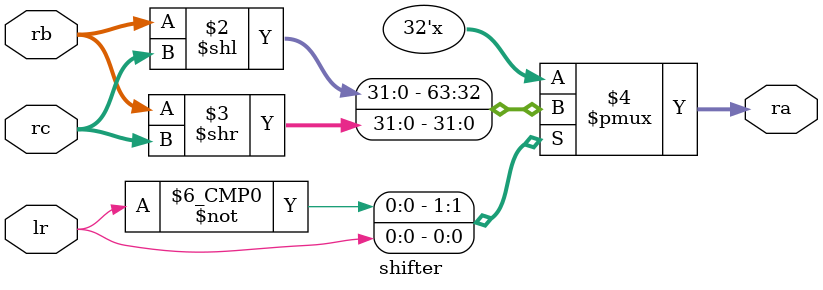
<source format=v>
module shifter( input wire[31:0] rb,rc,
						input wire lr,
						output reg[31:0] ra);

		always @* begin
			case(lr)
				1'b0: ra = rb << rc;
				1'b1:	ra = rb >> rc;
			endcase
		end
		
endmodule

</source>
